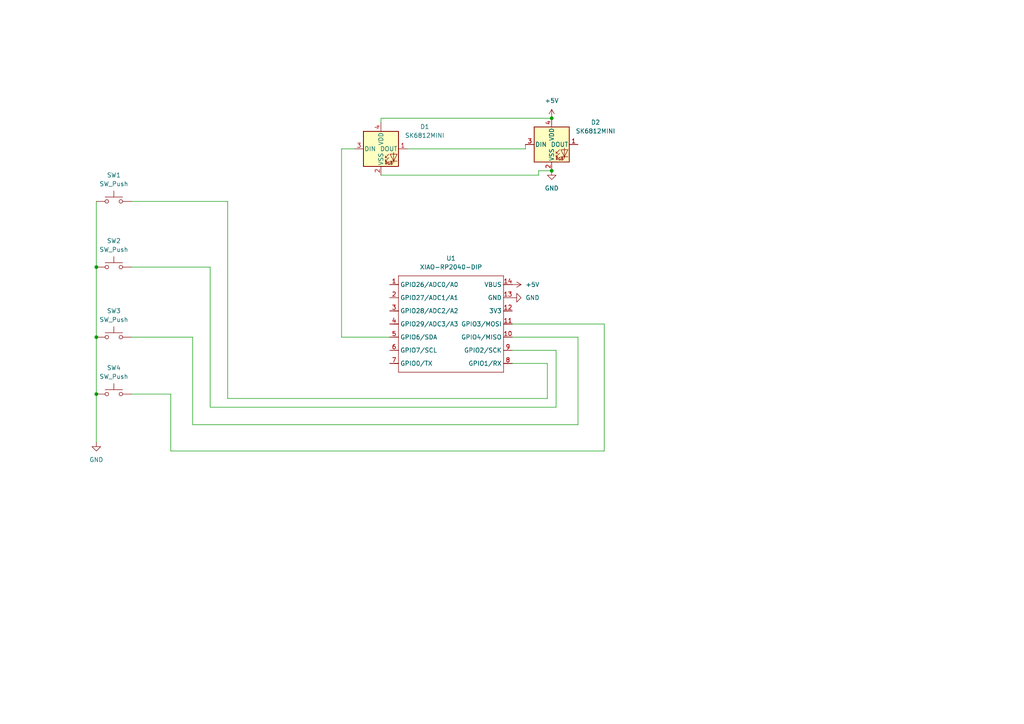
<source format=kicad_sch>
(kicad_sch
	(version 20250114)
	(generator "eeschema")
	(generator_version "9.0")
	(uuid "0d42d613-99a2-492b-b527-c295c0cb61a0")
	(paper "A4")
	(lib_symbols
		(symbol "LED:SK6812MINI"
			(pin_names
				(offset 0.254)
			)
			(exclude_from_sim no)
			(in_bom yes)
			(on_board yes)
			(property "Reference" "D"
				(at 5.08 5.715 0)
				(effects
					(font
						(size 1.27 1.27)
					)
					(justify right bottom)
				)
			)
			(property "Value" "SK6812MINI"
				(at 1.27 -5.715 0)
				(effects
					(font
						(size 1.27 1.27)
					)
					(justify left top)
				)
			)
			(property "Footprint" "LED_SMD:LED_SK6812MINI_PLCC4_3.5x3.5mm_P1.75mm"
				(at 1.27 -7.62 0)
				(effects
					(font
						(size 1.27 1.27)
					)
					(justify left top)
					(hide yes)
				)
			)
			(property "Datasheet" "https://cdn-shop.adafruit.com/product-files/2686/SK6812MINI_REV.01-1-2.pdf"
				(at 2.54 -9.525 0)
				(effects
					(font
						(size 1.27 1.27)
					)
					(justify left top)
					(hide yes)
				)
			)
			(property "Description" "RGB LED with integrated controller"
				(at 0 0 0)
				(effects
					(font
						(size 1.27 1.27)
					)
					(hide yes)
				)
			)
			(property "ki_keywords" "RGB LED NeoPixel Mini addressable"
				(at 0 0 0)
				(effects
					(font
						(size 1.27 1.27)
					)
					(hide yes)
				)
			)
			(property "ki_fp_filters" "LED*SK6812MINI*PLCC*3.5x3.5mm*P1.75mm*"
				(at 0 0 0)
				(effects
					(font
						(size 1.27 1.27)
					)
					(hide yes)
				)
			)
			(symbol "SK6812MINI_0_0"
				(text "RGB"
					(at 2.286 -4.191 0)
					(effects
						(font
							(size 0.762 0.762)
						)
					)
				)
			)
			(symbol "SK6812MINI_0_1"
				(polyline
					(pts
						(xy 1.27 -2.54) (xy 1.778 -2.54)
					)
					(stroke
						(width 0)
						(type default)
					)
					(fill
						(type none)
					)
				)
				(polyline
					(pts
						(xy 1.27 -3.556) (xy 1.778 -3.556)
					)
					(stroke
						(width 0)
						(type default)
					)
					(fill
						(type none)
					)
				)
				(polyline
					(pts
						(xy 2.286 -1.524) (xy 1.27 -2.54) (xy 1.27 -2.032)
					)
					(stroke
						(width 0)
						(type default)
					)
					(fill
						(type none)
					)
				)
				(polyline
					(pts
						(xy 2.286 -2.54) (xy 1.27 -3.556) (xy 1.27 -3.048)
					)
					(stroke
						(width 0)
						(type default)
					)
					(fill
						(type none)
					)
				)
				(polyline
					(pts
						(xy 3.683 -1.016) (xy 3.683 -3.556) (xy 3.683 -4.064)
					)
					(stroke
						(width 0)
						(type default)
					)
					(fill
						(type none)
					)
				)
				(polyline
					(pts
						(xy 4.699 -1.524) (xy 2.667 -1.524) (xy 3.683 -3.556) (xy 4.699 -1.524)
					)
					(stroke
						(width 0)
						(type default)
					)
					(fill
						(type none)
					)
				)
				(polyline
					(pts
						(xy 4.699 -3.556) (xy 2.667 -3.556)
					)
					(stroke
						(width 0)
						(type default)
					)
					(fill
						(type none)
					)
				)
				(rectangle
					(start 5.08 5.08)
					(end -5.08 -5.08)
					(stroke
						(width 0.254)
						(type default)
					)
					(fill
						(type background)
					)
				)
			)
			(symbol "SK6812MINI_1_1"
				(pin input line
					(at -7.62 0 0)
					(length 2.54)
					(name "DIN"
						(effects
							(font
								(size 1.27 1.27)
							)
						)
					)
					(number "3"
						(effects
							(font
								(size 1.27 1.27)
							)
						)
					)
				)
				(pin power_in line
					(at 0 7.62 270)
					(length 2.54)
					(name "VDD"
						(effects
							(font
								(size 1.27 1.27)
							)
						)
					)
					(number "4"
						(effects
							(font
								(size 1.27 1.27)
							)
						)
					)
				)
				(pin power_in line
					(at 0 -7.62 90)
					(length 2.54)
					(name "VSS"
						(effects
							(font
								(size 1.27 1.27)
							)
						)
					)
					(number "2"
						(effects
							(font
								(size 1.27 1.27)
							)
						)
					)
				)
				(pin output line
					(at 7.62 0 180)
					(length 2.54)
					(name "DOUT"
						(effects
							(font
								(size 1.27 1.27)
							)
						)
					)
					(number "1"
						(effects
							(font
								(size 1.27 1.27)
							)
						)
					)
				)
			)
			(embedded_fonts no)
		)
		(symbol "OPL:XIAO-RP2040-DIP"
			(exclude_from_sim no)
			(in_bom yes)
			(on_board yes)
			(property "Reference" "U"
				(at 0 0 0)
				(effects
					(font
						(size 1.27 1.27)
					)
				)
			)
			(property "Value" "XIAO-RP2040-DIP"
				(at 5.334 -1.778 0)
				(effects
					(font
						(size 1.27 1.27)
					)
				)
			)
			(property "Footprint" "Module:MOUDLE14P-XIAO-DIP-SMD"
				(at 14.478 -32.258 0)
				(effects
					(font
						(size 1.27 1.27)
					)
					(hide yes)
				)
			)
			(property "Datasheet" ""
				(at 0 0 0)
				(effects
					(font
						(size 1.27 1.27)
					)
					(hide yes)
				)
			)
			(property "Description" ""
				(at 0 0 0)
				(effects
					(font
						(size 1.27 1.27)
					)
					(hide yes)
				)
			)
			(symbol "XIAO-RP2040-DIP_1_0"
				(polyline
					(pts
						(xy -1.27 -2.54) (xy 29.21 -2.54)
					)
					(stroke
						(width 0.1524)
						(type solid)
					)
					(fill
						(type none)
					)
				)
				(polyline
					(pts
						(xy -1.27 -5.08) (xy -2.54 -5.08)
					)
					(stroke
						(width 0.1524)
						(type solid)
					)
					(fill
						(type none)
					)
				)
				(polyline
					(pts
						(xy -1.27 -5.08) (xy -1.27 -2.54)
					)
					(stroke
						(width 0.1524)
						(type solid)
					)
					(fill
						(type none)
					)
				)
				(polyline
					(pts
						(xy -1.27 -8.89) (xy -2.54 -8.89)
					)
					(stroke
						(width 0.1524)
						(type solid)
					)
					(fill
						(type none)
					)
				)
				(polyline
					(pts
						(xy -1.27 -8.89) (xy -1.27 -5.08)
					)
					(stroke
						(width 0.1524)
						(type solid)
					)
					(fill
						(type none)
					)
				)
				(polyline
					(pts
						(xy -1.27 -12.7) (xy -2.54 -12.7)
					)
					(stroke
						(width 0.1524)
						(type solid)
					)
					(fill
						(type none)
					)
				)
				(polyline
					(pts
						(xy -1.27 -12.7) (xy -1.27 -8.89)
					)
					(stroke
						(width 0.1524)
						(type solid)
					)
					(fill
						(type none)
					)
				)
				(polyline
					(pts
						(xy -1.27 -16.51) (xy -2.54 -16.51)
					)
					(stroke
						(width 0.1524)
						(type solid)
					)
					(fill
						(type none)
					)
				)
				(polyline
					(pts
						(xy -1.27 -16.51) (xy -1.27 -12.7)
					)
					(stroke
						(width 0.1524)
						(type solid)
					)
					(fill
						(type none)
					)
				)
				(polyline
					(pts
						(xy -1.27 -20.32) (xy -2.54 -20.32)
					)
					(stroke
						(width 0.1524)
						(type solid)
					)
					(fill
						(type none)
					)
				)
				(polyline
					(pts
						(xy -1.27 -24.13) (xy -2.54 -24.13)
					)
					(stroke
						(width 0.1524)
						(type solid)
					)
					(fill
						(type none)
					)
				)
				(polyline
					(pts
						(xy -1.27 -27.94) (xy -2.54 -27.94)
					)
					(stroke
						(width 0.1524)
						(type solid)
					)
					(fill
						(type none)
					)
				)
				(polyline
					(pts
						(xy -1.27 -30.48) (xy -1.27 -16.51)
					)
					(stroke
						(width 0.1524)
						(type solid)
					)
					(fill
						(type none)
					)
				)
				(polyline
					(pts
						(xy 29.21 -2.54) (xy 29.21 -5.08)
					)
					(stroke
						(width 0.1524)
						(type solid)
					)
					(fill
						(type none)
					)
				)
				(polyline
					(pts
						(xy 29.21 -5.08) (xy 29.21 -8.89)
					)
					(stroke
						(width 0.1524)
						(type solid)
					)
					(fill
						(type none)
					)
				)
				(polyline
					(pts
						(xy 29.21 -8.89) (xy 29.21 -12.7)
					)
					(stroke
						(width 0.1524)
						(type solid)
					)
					(fill
						(type none)
					)
				)
				(polyline
					(pts
						(xy 29.21 -12.7) (xy 29.21 -30.48)
					)
					(stroke
						(width 0.1524)
						(type solid)
					)
					(fill
						(type none)
					)
				)
				(polyline
					(pts
						(xy 29.21 -30.48) (xy -1.27 -30.48)
					)
					(stroke
						(width 0.1524)
						(type solid)
					)
					(fill
						(type none)
					)
				)
				(polyline
					(pts
						(xy 30.48 -5.08) (xy 29.21 -5.08)
					)
					(stroke
						(width 0.1524)
						(type solid)
					)
					(fill
						(type none)
					)
				)
				(polyline
					(pts
						(xy 30.48 -8.89) (xy 29.21 -8.89)
					)
					(stroke
						(width 0.1524)
						(type solid)
					)
					(fill
						(type none)
					)
				)
				(polyline
					(pts
						(xy 30.48 -12.7) (xy 29.21 -12.7)
					)
					(stroke
						(width 0.1524)
						(type solid)
					)
					(fill
						(type none)
					)
				)
				(polyline
					(pts
						(xy 30.48 -16.51) (xy 29.21 -16.51)
					)
					(stroke
						(width 0.1524)
						(type solid)
					)
					(fill
						(type none)
					)
				)
				(polyline
					(pts
						(xy 30.48 -20.32) (xy 29.21 -20.32)
					)
					(stroke
						(width 0.1524)
						(type solid)
					)
					(fill
						(type none)
					)
				)
				(polyline
					(pts
						(xy 30.48 -24.13) (xy 29.21 -24.13)
					)
					(stroke
						(width 0.1524)
						(type solid)
					)
					(fill
						(type none)
					)
				)
				(polyline
					(pts
						(xy 30.48 -27.94) (xy 29.21 -27.94)
					)
					(stroke
						(width 0.1524)
						(type solid)
					)
					(fill
						(type none)
					)
				)
				(pin passive line
					(at -3.81 -5.08 0)
					(length 2.54)
					(name "GPIO26/ADC0/A0"
						(effects
							(font
								(size 1.27 1.27)
							)
						)
					)
					(number "1"
						(effects
							(font
								(size 1.27 1.27)
							)
						)
					)
				)
				(pin passive line
					(at -3.81 -8.89 0)
					(length 2.54)
					(name "GPIO27/ADC1/A1"
						(effects
							(font
								(size 1.27 1.27)
							)
						)
					)
					(number "2"
						(effects
							(font
								(size 1.27 1.27)
							)
						)
					)
				)
				(pin passive line
					(at -3.81 -12.7 0)
					(length 2.54)
					(name "GPIO28/ADC2/A2"
						(effects
							(font
								(size 1.27 1.27)
							)
						)
					)
					(number "3"
						(effects
							(font
								(size 1.27 1.27)
							)
						)
					)
				)
				(pin passive line
					(at -3.81 -16.51 0)
					(length 2.54)
					(name "GPIO29/ADC3/A3"
						(effects
							(font
								(size 1.27 1.27)
							)
						)
					)
					(number "4"
						(effects
							(font
								(size 1.27 1.27)
							)
						)
					)
				)
				(pin passive line
					(at -3.81 -20.32 0)
					(length 2.54)
					(name "GPIO6/SDA"
						(effects
							(font
								(size 1.27 1.27)
							)
						)
					)
					(number "5"
						(effects
							(font
								(size 1.27 1.27)
							)
						)
					)
				)
				(pin passive line
					(at -3.81 -24.13 0)
					(length 2.54)
					(name "GPIO7/SCL"
						(effects
							(font
								(size 1.27 1.27)
							)
						)
					)
					(number "6"
						(effects
							(font
								(size 1.27 1.27)
							)
						)
					)
				)
				(pin passive line
					(at -3.81 -27.94 0)
					(length 2.54)
					(name "GPIO0/TX"
						(effects
							(font
								(size 1.27 1.27)
							)
						)
					)
					(number "7"
						(effects
							(font
								(size 1.27 1.27)
							)
						)
					)
				)
				(pin passive line
					(at 31.75 -5.08 180)
					(length 2.54)
					(name "VBUS"
						(effects
							(font
								(size 1.27 1.27)
							)
						)
					)
					(number "14"
						(effects
							(font
								(size 1.27 1.27)
							)
						)
					)
				)
				(pin passive line
					(at 31.75 -8.89 180)
					(length 2.54)
					(name "GND"
						(effects
							(font
								(size 1.27 1.27)
							)
						)
					)
					(number "13"
						(effects
							(font
								(size 1.27 1.27)
							)
						)
					)
				)
				(pin passive line
					(at 31.75 -12.7 180)
					(length 2.54)
					(name "3V3"
						(effects
							(font
								(size 1.27 1.27)
							)
						)
					)
					(number "12"
						(effects
							(font
								(size 1.27 1.27)
							)
						)
					)
				)
				(pin passive line
					(at 31.75 -16.51 180)
					(length 2.54)
					(name "GPIO3/MOSI"
						(effects
							(font
								(size 1.27 1.27)
							)
						)
					)
					(number "11"
						(effects
							(font
								(size 1.27 1.27)
							)
						)
					)
				)
				(pin passive line
					(at 31.75 -20.32 180)
					(length 2.54)
					(name "GPIO4/MISO"
						(effects
							(font
								(size 1.27 1.27)
							)
						)
					)
					(number "10"
						(effects
							(font
								(size 1.27 1.27)
							)
						)
					)
				)
				(pin passive line
					(at 31.75 -24.13 180)
					(length 2.54)
					(name "GPIO2/SCK"
						(effects
							(font
								(size 1.27 1.27)
							)
						)
					)
					(number "9"
						(effects
							(font
								(size 1.27 1.27)
							)
						)
					)
				)
				(pin passive line
					(at 31.75 -27.94 180)
					(length 2.54)
					(name "GPIO1/RX"
						(effects
							(font
								(size 1.27 1.27)
							)
						)
					)
					(number "8"
						(effects
							(font
								(size 1.27 1.27)
							)
						)
					)
				)
			)
			(embedded_fonts no)
		)
		(symbol "Switch:SW_Push"
			(pin_numbers
				(hide yes)
			)
			(pin_names
				(offset 1.016)
				(hide yes)
			)
			(exclude_from_sim no)
			(in_bom yes)
			(on_board yes)
			(property "Reference" "SW"
				(at 1.27 2.54 0)
				(effects
					(font
						(size 1.27 1.27)
					)
					(justify left)
				)
			)
			(property "Value" "SW_Push"
				(at 0 -1.524 0)
				(effects
					(font
						(size 1.27 1.27)
					)
				)
			)
			(property "Footprint" ""
				(at 0 5.08 0)
				(effects
					(font
						(size 1.27 1.27)
					)
					(hide yes)
				)
			)
			(property "Datasheet" "~"
				(at 0 5.08 0)
				(effects
					(font
						(size 1.27 1.27)
					)
					(hide yes)
				)
			)
			(property "Description" "Push button switch, generic, two pins"
				(at 0 0 0)
				(effects
					(font
						(size 1.27 1.27)
					)
					(hide yes)
				)
			)
			(property "ki_keywords" "switch normally-open pushbutton push-button"
				(at 0 0 0)
				(effects
					(font
						(size 1.27 1.27)
					)
					(hide yes)
				)
			)
			(symbol "SW_Push_0_1"
				(circle
					(center -2.032 0)
					(radius 0.508)
					(stroke
						(width 0)
						(type default)
					)
					(fill
						(type none)
					)
				)
				(polyline
					(pts
						(xy 0 1.27) (xy 0 3.048)
					)
					(stroke
						(width 0)
						(type default)
					)
					(fill
						(type none)
					)
				)
				(circle
					(center 2.032 0)
					(radius 0.508)
					(stroke
						(width 0)
						(type default)
					)
					(fill
						(type none)
					)
				)
				(polyline
					(pts
						(xy 2.54 1.27) (xy -2.54 1.27)
					)
					(stroke
						(width 0)
						(type default)
					)
					(fill
						(type none)
					)
				)
				(pin passive line
					(at -5.08 0 0)
					(length 2.54)
					(name "1"
						(effects
							(font
								(size 1.27 1.27)
							)
						)
					)
					(number "1"
						(effects
							(font
								(size 1.27 1.27)
							)
						)
					)
				)
				(pin passive line
					(at 5.08 0 180)
					(length 2.54)
					(name "2"
						(effects
							(font
								(size 1.27 1.27)
							)
						)
					)
					(number "2"
						(effects
							(font
								(size 1.27 1.27)
							)
						)
					)
				)
			)
			(embedded_fonts no)
		)
		(symbol "power:+5V"
			(power)
			(pin_numbers
				(hide yes)
			)
			(pin_names
				(offset 0)
				(hide yes)
			)
			(exclude_from_sim no)
			(in_bom yes)
			(on_board yes)
			(property "Reference" "#PWR"
				(at 0 -3.81 0)
				(effects
					(font
						(size 1.27 1.27)
					)
					(hide yes)
				)
			)
			(property "Value" "+5V"
				(at 0 3.556 0)
				(effects
					(font
						(size 1.27 1.27)
					)
				)
			)
			(property "Footprint" ""
				(at 0 0 0)
				(effects
					(font
						(size 1.27 1.27)
					)
					(hide yes)
				)
			)
			(property "Datasheet" ""
				(at 0 0 0)
				(effects
					(font
						(size 1.27 1.27)
					)
					(hide yes)
				)
			)
			(property "Description" "Power symbol creates a global label with name \"+5V\""
				(at 0 0 0)
				(effects
					(font
						(size 1.27 1.27)
					)
					(hide yes)
				)
			)
			(property "ki_keywords" "global power"
				(at 0 0 0)
				(effects
					(font
						(size 1.27 1.27)
					)
					(hide yes)
				)
			)
			(symbol "+5V_0_1"
				(polyline
					(pts
						(xy -0.762 1.27) (xy 0 2.54)
					)
					(stroke
						(width 0)
						(type default)
					)
					(fill
						(type none)
					)
				)
				(polyline
					(pts
						(xy 0 2.54) (xy 0.762 1.27)
					)
					(stroke
						(width 0)
						(type default)
					)
					(fill
						(type none)
					)
				)
				(polyline
					(pts
						(xy 0 0) (xy 0 2.54)
					)
					(stroke
						(width 0)
						(type default)
					)
					(fill
						(type none)
					)
				)
			)
			(symbol "+5V_1_1"
				(pin power_in line
					(at 0 0 90)
					(length 0)
					(name "~"
						(effects
							(font
								(size 1.27 1.27)
							)
						)
					)
					(number "1"
						(effects
							(font
								(size 1.27 1.27)
							)
						)
					)
				)
			)
			(embedded_fonts no)
		)
		(symbol "power:GND"
			(power)
			(pin_numbers
				(hide yes)
			)
			(pin_names
				(offset 0)
				(hide yes)
			)
			(exclude_from_sim no)
			(in_bom yes)
			(on_board yes)
			(property "Reference" "#PWR"
				(at 0 -6.35 0)
				(effects
					(font
						(size 1.27 1.27)
					)
					(hide yes)
				)
			)
			(property "Value" "GND"
				(at 0 -3.81 0)
				(effects
					(font
						(size 1.27 1.27)
					)
				)
			)
			(property "Footprint" ""
				(at 0 0 0)
				(effects
					(font
						(size 1.27 1.27)
					)
					(hide yes)
				)
			)
			(property "Datasheet" ""
				(at 0 0 0)
				(effects
					(font
						(size 1.27 1.27)
					)
					(hide yes)
				)
			)
			(property "Description" "Power symbol creates a global label with name \"GND\" , ground"
				(at 0 0 0)
				(effects
					(font
						(size 1.27 1.27)
					)
					(hide yes)
				)
			)
			(property "ki_keywords" "global power"
				(at 0 0 0)
				(effects
					(font
						(size 1.27 1.27)
					)
					(hide yes)
				)
			)
			(symbol "GND_0_1"
				(polyline
					(pts
						(xy 0 0) (xy 0 -1.27) (xy 1.27 -1.27) (xy 0 -2.54) (xy -1.27 -1.27) (xy 0 -1.27)
					)
					(stroke
						(width 0)
						(type default)
					)
					(fill
						(type none)
					)
				)
			)
			(symbol "GND_1_1"
				(pin power_in line
					(at 0 0 270)
					(length 0)
					(name "~"
						(effects
							(font
								(size 1.27 1.27)
							)
						)
					)
					(number "1"
						(effects
							(font
								(size 1.27 1.27)
							)
						)
					)
				)
			)
			(embedded_fonts no)
		)
	)
	(junction
		(at 27.94 114.3)
		(diameter 0)
		(color 0 0 0 0)
		(uuid "1c9eb96d-bbbc-4172-9a90-f6e8003dc9fe")
	)
	(junction
		(at 27.94 77.47)
		(diameter 0)
		(color 0 0 0 0)
		(uuid "3f68bcbf-782f-4340-a8b6-6b54c2c88e41")
	)
	(junction
		(at 27.94 97.79)
		(diameter 0)
		(color 0 0 0 0)
		(uuid "4ee48acd-f10a-4607-9b9a-8146709b9a96")
	)
	(junction
		(at 160.02 49.53)
		(diameter 0)
		(color 0 0 0 0)
		(uuid "60296af4-cd39-4023-b65a-45ed2a9cd207")
	)
	(junction
		(at 160.02 34.29)
		(diameter 0)
		(color 0 0 0 0)
		(uuid "72b41b69-a480-4fb4-bb32-4d25b551e21f")
	)
	(wire
		(pts
			(xy 60.96 77.47) (xy 60.96 118.11)
		)
		(stroke
			(width 0)
			(type default)
		)
		(uuid "1dec731a-f029-48c3-aef0-d25030438d4e")
	)
	(wire
		(pts
			(xy 55.88 97.79) (xy 55.88 123.19)
		)
		(stroke
			(width 0)
			(type default)
		)
		(uuid "25cdb63b-93bc-4365-88ca-41ae091ff09b")
	)
	(wire
		(pts
			(xy 49.53 114.3) (xy 49.53 130.81)
		)
		(stroke
			(width 0)
			(type default)
		)
		(uuid "2640b9ef-7bc0-4c77-9058-cc4ee03115df")
	)
	(wire
		(pts
			(xy 49.53 130.81) (xy 175.26 130.81)
		)
		(stroke
			(width 0)
			(type default)
		)
		(uuid "3093a2f2-7f0b-425f-9213-dfed30f793b8")
	)
	(wire
		(pts
			(xy 161.29 118.11) (xy 161.29 101.6)
		)
		(stroke
			(width 0)
			(type default)
		)
		(uuid "337f26b8-49e9-43a5-b2ca-e15198b4abc0")
	)
	(wire
		(pts
			(xy 27.94 58.42) (xy 27.94 77.47)
		)
		(stroke
			(width 0)
			(type default)
		)
		(uuid "38dc2307-2744-4d85-af63-ecba114980f5")
	)
	(wire
		(pts
			(xy 99.06 97.79) (xy 113.03 97.79)
		)
		(stroke
			(width 0)
			(type default)
		)
		(uuid "3b058744-40fb-4bfd-9697-16a9728ff9dd")
	)
	(wire
		(pts
			(xy 156.21 50.8) (xy 156.21 49.53)
		)
		(stroke
			(width 0)
			(type default)
		)
		(uuid "3cad316b-e335-4c67-b030-4add63c53126")
	)
	(wire
		(pts
			(xy 27.94 97.79) (xy 27.94 114.3)
		)
		(stroke
			(width 0)
			(type default)
		)
		(uuid "3e9c973c-cc57-426f-b9a7-62bc64bb41af")
	)
	(wire
		(pts
			(xy 158.75 115.57) (xy 158.75 105.41)
		)
		(stroke
			(width 0)
			(type default)
		)
		(uuid "3ea874e3-0f00-4275-a88f-df1f093c81cc")
	)
	(wire
		(pts
			(xy 38.1 114.3) (xy 49.53 114.3)
		)
		(stroke
			(width 0)
			(type default)
		)
		(uuid "40aaadfc-ecd7-49fd-9703-33cbaa15871b")
	)
	(wire
		(pts
			(xy 156.21 49.53) (xy 160.02 49.53)
		)
		(stroke
			(width 0)
			(type default)
		)
		(uuid "41eacd47-a7c6-42dc-b388-9fb4cf2f6822")
	)
	(wire
		(pts
			(xy 148.59 93.98) (xy 175.26 93.98)
		)
		(stroke
			(width 0)
			(type default)
		)
		(uuid "53380750-1439-4e10-9087-4165b1ad4e56")
	)
	(wire
		(pts
			(xy 38.1 58.42) (xy 66.04 58.42)
		)
		(stroke
			(width 0)
			(type default)
		)
		(uuid "5a1aa7d9-4b99-47a5-9785-75d004bc41dc")
	)
	(wire
		(pts
			(xy 118.11 43.18) (xy 152.4 43.18)
		)
		(stroke
			(width 0)
			(type default)
		)
		(uuid "5af4d7d9-f89b-4a5a-b580-a5f0b34596b0")
	)
	(wire
		(pts
			(xy 99.06 43.18) (xy 99.06 97.79)
		)
		(stroke
			(width 0)
			(type default)
		)
		(uuid "673f9677-5a60-4ef5-9833-b59b11299be2")
	)
	(wire
		(pts
			(xy 66.04 58.42) (xy 66.04 115.57)
		)
		(stroke
			(width 0)
			(type default)
		)
		(uuid "74df2104-ed11-42bb-8682-c02523e7b4d0")
	)
	(wire
		(pts
			(xy 152.4 43.18) (xy 152.4 41.91)
		)
		(stroke
			(width 0)
			(type default)
		)
		(uuid "77c03803-a6f2-4166-b741-3e96e26c473c")
	)
	(wire
		(pts
			(xy 38.1 97.79) (xy 55.88 97.79)
		)
		(stroke
			(width 0)
			(type default)
		)
		(uuid "7a2c9afb-8408-44f6-84ae-bff70ec44b7a")
	)
	(wire
		(pts
			(xy 60.96 118.11) (xy 161.29 118.11)
		)
		(stroke
			(width 0)
			(type default)
		)
		(uuid "7e47fc12-8395-45e2-8c37-e6a5fd97cd89")
	)
	(wire
		(pts
			(xy 110.49 34.29) (xy 160.02 34.29)
		)
		(stroke
			(width 0)
			(type default)
		)
		(uuid "8c088e52-d3dc-4798-953b-5327b5902673")
	)
	(wire
		(pts
			(xy 148.59 101.6) (xy 161.29 101.6)
		)
		(stroke
			(width 0)
			(type default)
		)
		(uuid "8f6a7af3-90e9-4aa7-a36f-4245e1914dc0")
	)
	(wire
		(pts
			(xy 66.04 115.57) (xy 158.75 115.57)
		)
		(stroke
			(width 0)
			(type default)
		)
		(uuid "90fed0b3-2141-49d2-88c8-51347007479b")
	)
	(wire
		(pts
			(xy 55.88 123.19) (xy 167.64 123.19)
		)
		(stroke
			(width 0)
			(type default)
		)
		(uuid "95707a44-f3d3-4f09-8ff7-fd881fb51db8")
	)
	(wire
		(pts
			(xy 148.59 97.79) (xy 167.64 97.79)
		)
		(stroke
			(width 0)
			(type default)
		)
		(uuid "9cd85be6-fba4-4602-b489-050e88954f2f")
	)
	(wire
		(pts
			(xy 102.87 43.18) (xy 99.06 43.18)
		)
		(stroke
			(width 0)
			(type default)
		)
		(uuid "a403c754-9371-4637-b17b-9907a760ce1a")
	)
	(wire
		(pts
			(xy 27.94 114.3) (xy 27.94 128.27)
		)
		(stroke
			(width 0)
			(type default)
		)
		(uuid "b10ce47f-d777-49c2-a3aa-192818c64a6e")
	)
	(wire
		(pts
			(xy 148.59 105.41) (xy 158.75 105.41)
		)
		(stroke
			(width 0)
			(type default)
		)
		(uuid "b4537832-7e13-4d5d-98aa-4d103e6fd70c")
	)
	(wire
		(pts
			(xy 110.49 50.8) (xy 156.21 50.8)
		)
		(stroke
			(width 0)
			(type default)
		)
		(uuid "bc3c164d-bbee-4780-9bc2-6886e547eb68")
	)
	(wire
		(pts
			(xy 110.49 34.29) (xy 110.49 35.56)
		)
		(stroke
			(width 0)
			(type default)
		)
		(uuid "bd4473aa-7bea-4b81-86f2-b34342b79bc1")
	)
	(wire
		(pts
			(xy 175.26 130.81) (xy 175.26 93.98)
		)
		(stroke
			(width 0)
			(type default)
		)
		(uuid "bdbdac19-11e2-4f63-a3b1-99d5e11ec6a6")
	)
	(wire
		(pts
			(xy 27.94 77.47) (xy 27.94 97.79)
		)
		(stroke
			(width 0)
			(type default)
		)
		(uuid "c480388e-657b-46b7-9eea-8154c35fd593")
	)
	(wire
		(pts
			(xy 38.1 77.47) (xy 60.96 77.47)
		)
		(stroke
			(width 0)
			(type default)
		)
		(uuid "cc58720e-6aff-4723-a565-e783cffd5755")
	)
	(wire
		(pts
			(xy 167.64 123.19) (xy 167.64 97.79)
		)
		(stroke
			(width 0)
			(type default)
		)
		(uuid "eceee6cb-f97c-4442-a367-cacc103c6e99")
	)
	(symbol
		(lib_id "power:GND")
		(at 160.02 49.53 0)
		(unit 1)
		(exclude_from_sim no)
		(in_bom yes)
		(on_board yes)
		(dnp no)
		(fields_autoplaced yes)
		(uuid "0ad114ae-f854-47c1-b780-dd60af2ec21d")
		(property "Reference" "#PWR03"
			(at 160.02 55.88 0)
			(effects
				(font
					(size 1.27 1.27)
				)
				(hide yes)
			)
		)
		(property "Value" "GND"
			(at 160.02 54.61 0)
			(effects
				(font
					(size 1.27 1.27)
				)
			)
		)
		(property "Footprint" ""
			(at 160.02 49.53 0)
			(effects
				(font
					(size 1.27 1.27)
				)
				(hide yes)
			)
		)
		(property "Datasheet" ""
			(at 160.02 49.53 0)
			(effects
				(font
					(size 1.27 1.27)
				)
				(hide yes)
			)
		)
		(property "Description" "Power symbol creates a global label with name \"GND\" , ground"
			(at 160.02 49.53 0)
			(effects
				(font
					(size 1.27 1.27)
				)
				(hide yes)
			)
		)
		(pin "1"
			(uuid "a19dd8c3-27d6-41e4-b1bf-6657cb6e7bce")
		)
		(instances
			(project ""
				(path "/0d42d613-99a2-492b-b527-c295c0cb61a0"
					(reference "#PWR03")
					(unit 1)
				)
			)
		)
	)
	(symbol
		(lib_id "power:+5V")
		(at 148.59 82.55 270)
		(unit 1)
		(exclude_from_sim no)
		(in_bom yes)
		(on_board yes)
		(dnp no)
		(fields_autoplaced yes)
		(uuid "0e4c866a-42ef-4ed0-bdde-413b3cf0d7d4")
		(property "Reference" "#PWR05"
			(at 144.78 82.55 0)
			(effects
				(font
					(size 1.27 1.27)
				)
				(hide yes)
			)
		)
		(property "Value" "+5V"
			(at 152.4 82.5499 90)
			(effects
				(font
					(size 1.27 1.27)
				)
				(justify left)
			)
		)
		(property "Footprint" ""
			(at 148.59 82.55 0)
			(effects
				(font
					(size 1.27 1.27)
				)
				(hide yes)
			)
		)
		(property "Datasheet" ""
			(at 148.59 82.55 0)
			(effects
				(font
					(size 1.27 1.27)
				)
				(hide yes)
			)
		)
		(property "Description" "Power symbol creates a global label with name \"+5V\""
			(at 148.59 82.55 0)
			(effects
				(font
					(size 1.27 1.27)
				)
				(hide yes)
			)
		)
		(pin "1"
			(uuid "61547b48-4328-4984-98b6-7d3ee306539e")
		)
		(instances
			(project ""
				(path "/0d42d613-99a2-492b-b527-c295c0cb61a0"
					(reference "#PWR05")
					(unit 1)
				)
			)
		)
	)
	(symbol
		(lib_id "Switch:SW_Push")
		(at 33.02 77.47 0)
		(unit 1)
		(exclude_from_sim no)
		(in_bom yes)
		(on_board yes)
		(dnp no)
		(fields_autoplaced yes)
		(uuid "11500b70-ae24-4a9a-9ef7-ea644b14979a")
		(property "Reference" "SW2"
			(at 33.02 69.85 0)
			(effects
				(font
					(size 1.27 1.27)
				)
			)
		)
		(property "Value" "SW_Push"
			(at 33.02 72.39 0)
			(effects
				(font
					(size 1.27 1.27)
				)
			)
		)
		(property "Footprint" "Button_Switch_Keyboard:SW_Cherry_MX_1.00u_PCB"
			(at 33.02 72.39 0)
			(effects
				(font
					(size 1.27 1.27)
				)
				(hide yes)
			)
		)
		(property "Datasheet" "~"
			(at 33.02 72.39 0)
			(effects
				(font
					(size 1.27 1.27)
				)
				(hide yes)
			)
		)
		(property "Description" "Push button switch, generic, two pins"
			(at 33.02 77.47 0)
			(effects
				(font
					(size 1.27 1.27)
				)
				(hide yes)
			)
		)
		(pin "1"
			(uuid "0b5a824f-ff9d-41fa-8ec5-641d7fa361b5")
		)
		(pin "2"
			(uuid "2450353f-99b1-432a-8af6-36552fdbcb3e")
		)
		(instances
			(project "Practice"
				(path "/0d42d613-99a2-492b-b527-c295c0cb61a0"
					(reference "SW2")
					(unit 1)
				)
			)
		)
	)
	(symbol
		(lib_id "Switch:SW_Push")
		(at 33.02 97.79 0)
		(unit 1)
		(exclude_from_sim no)
		(in_bom yes)
		(on_board yes)
		(dnp no)
		(fields_autoplaced yes)
		(uuid "1dda5c03-27b1-4fe8-8392-0cad5a8a4503")
		(property "Reference" "SW3"
			(at 33.02 90.17 0)
			(effects
				(font
					(size 1.27 1.27)
				)
			)
		)
		(property "Value" "SW_Push"
			(at 33.02 92.71 0)
			(effects
				(font
					(size 1.27 1.27)
				)
			)
		)
		(property "Footprint" "Button_Switch_Keyboard:SW_Cherry_MX_1.00u_PCB"
			(at 33.02 92.71 0)
			(effects
				(font
					(size 1.27 1.27)
				)
				(hide yes)
			)
		)
		(property "Datasheet" "~"
			(at 33.02 92.71 0)
			(effects
				(font
					(size 1.27 1.27)
				)
				(hide yes)
			)
		)
		(property "Description" "Push button switch, generic, two pins"
			(at 33.02 97.79 0)
			(effects
				(font
					(size 1.27 1.27)
				)
				(hide yes)
			)
		)
		(pin "1"
			(uuid "2d7cf21b-4ad2-452a-b9f8-833df278bdad")
		)
		(pin "2"
			(uuid "f4c0e02f-b4dc-45e3-ad26-996ccefbe2d8")
		)
		(instances
			(project "Practice"
				(path "/0d42d613-99a2-492b-b527-c295c0cb61a0"
					(reference "SW3")
					(unit 1)
				)
			)
		)
	)
	(symbol
		(lib_id "power:+5V")
		(at 160.02 34.29 0)
		(unit 1)
		(exclude_from_sim no)
		(in_bom yes)
		(on_board yes)
		(dnp no)
		(fields_autoplaced yes)
		(uuid "85ba021e-b268-4065-a18e-3101cb14611b")
		(property "Reference" "#PWR02"
			(at 160.02 38.1 0)
			(effects
				(font
					(size 1.27 1.27)
				)
				(hide yes)
			)
		)
		(property "Value" "+5V"
			(at 160.02 29.21 0)
			(effects
				(font
					(size 1.27 1.27)
				)
			)
		)
		(property "Footprint" ""
			(at 160.02 34.29 0)
			(effects
				(font
					(size 1.27 1.27)
				)
				(hide yes)
			)
		)
		(property "Datasheet" ""
			(at 160.02 34.29 0)
			(effects
				(font
					(size 1.27 1.27)
				)
				(hide yes)
			)
		)
		(property "Description" "Power symbol creates a global label with name \"+5V\""
			(at 160.02 34.29 0)
			(effects
				(font
					(size 1.27 1.27)
				)
				(hide yes)
			)
		)
		(pin "1"
			(uuid "feed8426-cf42-4853-9ce6-36925374f36c")
		)
		(instances
			(project ""
				(path "/0d42d613-99a2-492b-b527-c295c0cb61a0"
					(reference "#PWR02")
					(unit 1)
				)
			)
		)
	)
	(symbol
		(lib_id "Switch:SW_Push")
		(at 33.02 114.3 0)
		(unit 1)
		(exclude_from_sim no)
		(in_bom yes)
		(on_board yes)
		(dnp no)
		(fields_autoplaced yes)
		(uuid "8ec23280-167f-4e5e-bfaa-b9ed882da806")
		(property "Reference" "SW4"
			(at 33.02 106.68 0)
			(effects
				(font
					(size 1.27 1.27)
				)
			)
		)
		(property "Value" "SW_Push"
			(at 33.02 109.22 0)
			(effects
				(font
					(size 1.27 1.27)
				)
			)
		)
		(property "Footprint" "Button_Switch_Keyboard:SW_Cherry_MX_1.00u_PCB"
			(at 33.02 109.22 0)
			(effects
				(font
					(size 1.27 1.27)
				)
				(hide yes)
			)
		)
		(property "Datasheet" "~"
			(at 33.02 109.22 0)
			(effects
				(font
					(size 1.27 1.27)
				)
				(hide yes)
			)
		)
		(property "Description" "Push button switch, generic, two pins"
			(at 33.02 114.3 0)
			(effects
				(font
					(size 1.27 1.27)
				)
				(hide yes)
			)
		)
		(pin "1"
			(uuid "2aff5e65-0d0a-42a6-8eba-f7165cc4d51c")
		)
		(pin "2"
			(uuid "eb980c17-ba59-4e6d-bdfb-9fe0bc67d5d4")
		)
		(instances
			(project "Practice"
				(path "/0d42d613-99a2-492b-b527-c295c0cb61a0"
					(reference "SW4")
					(unit 1)
				)
			)
		)
	)
	(symbol
		(lib_id "power:GND")
		(at 27.94 128.27 0)
		(unit 1)
		(exclude_from_sim no)
		(in_bom yes)
		(on_board yes)
		(dnp no)
		(fields_autoplaced yes)
		(uuid "9c4e2571-40e1-48d9-9917-52f817d431ff")
		(property "Reference" "#PWR01"
			(at 27.94 134.62 0)
			(effects
				(font
					(size 1.27 1.27)
				)
				(hide yes)
			)
		)
		(property "Value" "GND"
			(at 27.94 133.35 0)
			(effects
				(font
					(size 1.27 1.27)
				)
			)
		)
		(property "Footprint" ""
			(at 27.94 128.27 0)
			(effects
				(font
					(size 1.27 1.27)
				)
				(hide yes)
			)
		)
		(property "Datasheet" ""
			(at 27.94 128.27 0)
			(effects
				(font
					(size 1.27 1.27)
				)
				(hide yes)
			)
		)
		(property "Description" "Power symbol creates a global label with name \"GND\" , ground"
			(at 27.94 128.27 0)
			(effects
				(font
					(size 1.27 1.27)
				)
				(hide yes)
			)
		)
		(pin "1"
			(uuid "88dce26f-9710-41e5-83a9-af1e80400f44")
		)
		(instances
			(project ""
				(path "/0d42d613-99a2-492b-b527-c295c0cb61a0"
					(reference "#PWR01")
					(unit 1)
				)
			)
		)
	)
	(symbol
		(lib_id "OPL:XIAO-RP2040-DIP")
		(at 116.84 77.47 0)
		(unit 1)
		(exclude_from_sim no)
		(in_bom yes)
		(on_board yes)
		(dnp no)
		(fields_autoplaced yes)
		(uuid "a2554ec1-5cb7-481d-ac9f-ba44c11a48b7")
		(property "Reference" "U1"
			(at 130.81 74.93 0)
			(effects
				(font
					(size 1.27 1.27)
				)
			)
		)
		(property "Value" "XIAO-RP2040-DIP"
			(at 130.81 77.47 0)
			(effects
				(font
					(size 1.27 1.27)
				)
			)
		)
		(property "Footprint" "OPL:XIAO-RP2040-DIP"
			(at 131.318 109.728 0)
			(effects
				(font
					(size 1.27 1.27)
				)
				(hide yes)
			)
		)
		(property "Datasheet" ""
			(at 116.84 77.47 0)
			(effects
				(font
					(size 1.27 1.27)
				)
				(hide yes)
			)
		)
		(property "Description" ""
			(at 116.84 77.47 0)
			(effects
				(font
					(size 1.27 1.27)
				)
				(hide yes)
			)
		)
		(pin "1"
			(uuid "a608bfe2-665a-4943-8e25-ad4e358ff48d")
		)
		(pin "3"
			(uuid "600800cb-e70e-4f27-bd74-c229b89a3288")
		)
		(pin "7"
			(uuid "3ab82983-2bab-41aa-88d5-1b2396e24b96")
		)
		(pin "2"
			(uuid "42171931-72c3-4e6f-bb91-81882b5883f3")
		)
		(pin "14"
			(uuid "c11e4108-e72b-4fb9-8a85-e6d44be1282d")
		)
		(pin "13"
			(uuid "b8c9f0c5-ef5a-49f6-8675-a23da6bbdc96")
		)
		(pin "5"
			(uuid "4b2c8d5b-5c7a-47d5-90e6-ce9ff74c5455")
		)
		(pin "11"
			(uuid "c176c3f7-a33f-4f8d-b9b3-97ac5a742a46")
		)
		(pin "4"
			(uuid "09580b3c-235c-4312-8759-0fa4962a55e6")
		)
		(pin "12"
			(uuid "95035031-d929-4eaf-be75-304f62faa738")
		)
		(pin "10"
			(uuid "0d4e8acf-7a90-486f-9c40-5ce35ef29f57")
		)
		(pin "6"
			(uuid "dfb9239d-3895-4da8-9f27-02851dc2a642")
		)
		(pin "8"
			(uuid "0be758f4-4f35-4690-91bd-504d40cb0195")
		)
		(pin "9"
			(uuid "55b96be2-c79e-4ae5-ac41-6e9997d30f74")
		)
		(instances
			(project ""
				(path "/0d42d613-99a2-492b-b527-c295c0cb61a0"
					(reference "U1")
					(unit 1)
				)
			)
		)
	)
	(symbol
		(lib_id "power:GND")
		(at 148.59 86.36 90)
		(unit 1)
		(exclude_from_sim no)
		(in_bom yes)
		(on_board yes)
		(dnp no)
		(fields_autoplaced yes)
		(uuid "a27f5014-4982-4722-a566-c775ddbdac92")
		(property "Reference" "#PWR04"
			(at 154.94 86.36 0)
			(effects
				(font
					(size 1.27 1.27)
				)
				(hide yes)
			)
		)
		(property "Value" "GND"
			(at 152.4 86.3599 90)
			(effects
				(font
					(size 1.27 1.27)
				)
				(justify right)
			)
		)
		(property "Footprint" ""
			(at 148.59 86.36 0)
			(effects
				(font
					(size 1.27 1.27)
				)
				(hide yes)
			)
		)
		(property "Datasheet" ""
			(at 148.59 86.36 0)
			(effects
				(font
					(size 1.27 1.27)
				)
				(hide yes)
			)
		)
		(property "Description" "Power symbol creates a global label with name \"GND\" , ground"
			(at 148.59 86.36 0)
			(effects
				(font
					(size 1.27 1.27)
				)
				(hide yes)
			)
		)
		(pin "1"
			(uuid "bac2f8e0-6a88-4481-b4c7-0971bcc33cc2")
		)
		(instances
			(project ""
				(path "/0d42d613-99a2-492b-b527-c295c0cb61a0"
					(reference "#PWR04")
					(unit 1)
				)
			)
		)
	)
	(symbol
		(lib_id "Switch:SW_Push")
		(at 33.02 58.42 0)
		(unit 1)
		(exclude_from_sim no)
		(in_bom yes)
		(on_board yes)
		(dnp no)
		(fields_autoplaced yes)
		(uuid "dea273d8-0223-42fc-9ccb-339ecd19c996")
		(property "Reference" "SW1"
			(at 33.02 50.8 0)
			(effects
				(font
					(size 1.27 1.27)
				)
			)
		)
		(property "Value" "SW_Push"
			(at 33.02 53.34 0)
			(effects
				(font
					(size 1.27 1.27)
				)
			)
		)
		(property "Footprint" "Button_Switch_Keyboard:SW_Cherry_MX_1.00u_PCB"
			(at 33.02 53.34 0)
			(effects
				(font
					(size 1.27 1.27)
				)
				(hide yes)
			)
		)
		(property "Datasheet" "~"
			(at 33.02 53.34 0)
			(effects
				(font
					(size 1.27 1.27)
				)
				(hide yes)
			)
		)
		(property "Description" "Push button switch, generic, two pins"
			(at 33.02 58.42 0)
			(effects
				(font
					(size 1.27 1.27)
				)
				(hide yes)
			)
		)
		(pin "1"
			(uuid "8f6c1a00-1d8c-4693-abe2-90f83a9a44af")
		)
		(pin "2"
			(uuid "695230d0-2940-4a43-8fcf-7e70c4052a78")
		)
		(instances
			(project ""
				(path "/0d42d613-99a2-492b-b527-c295c0cb61a0"
					(reference "SW1")
					(unit 1)
				)
			)
		)
	)
	(symbol
		(lib_id "LED:SK6812MINI")
		(at 110.49 43.18 0)
		(unit 1)
		(exclude_from_sim no)
		(in_bom yes)
		(on_board yes)
		(dnp no)
		(fields_autoplaced yes)
		(uuid "e156c5bc-e9f5-4730-aeee-ac85a0d1d441")
		(property "Reference" "D1"
			(at 123.19 36.7598 0)
			(effects
				(font
					(size 1.27 1.27)
				)
			)
		)
		(property "Value" "SK6812MINI"
			(at 123.19 39.2998 0)
			(effects
				(font
					(size 1.27 1.27)
				)
			)
		)
		(property "Footprint" "LED_SMD:LED_SK6812MINI_PLCC4_3.5x3.5mm_P1.75mm"
			(at 111.76 50.8 0)
			(effects
				(font
					(size 1.27 1.27)
				)
				(justify left top)
				(hide yes)
			)
		)
		(property "Datasheet" "https://cdn-shop.adafruit.com/product-files/2686/SK6812MINI_REV.01-1-2.pdf"
			(at 113.03 52.705 0)
			(effects
				(font
					(size 1.27 1.27)
				)
				(justify left top)
				(hide yes)
			)
		)
		(property "Description" "RGB LED with integrated controller"
			(at 110.49 43.18 0)
			(effects
				(font
					(size 1.27 1.27)
				)
				(hide yes)
			)
		)
		(pin "4"
			(uuid "0618ad84-38db-4de0-b121-a94245ccaf66")
		)
		(pin "3"
			(uuid "5edafda6-ba52-4f7a-bcf4-a9c54b460b54")
		)
		(pin "2"
			(uuid "ae4e4f3e-c73a-4a95-bd6b-86d750e72073")
		)
		(pin "1"
			(uuid "04358c2f-2893-4075-8c85-42fba19de77a")
		)
		(instances
			(project ""
				(path "/0d42d613-99a2-492b-b527-c295c0cb61a0"
					(reference "D1")
					(unit 1)
				)
			)
		)
	)
	(symbol
		(lib_id "LED:SK6812MINI")
		(at 160.02 41.91 0)
		(unit 1)
		(exclude_from_sim no)
		(in_bom yes)
		(on_board yes)
		(dnp no)
		(fields_autoplaced yes)
		(uuid "f7125e04-6a16-4db2-85bf-af01fc8a44fe")
		(property "Reference" "D2"
			(at 172.72 35.4898 0)
			(effects
				(font
					(size 1.27 1.27)
				)
			)
		)
		(property "Value" "SK6812MINI"
			(at 172.72 38.0298 0)
			(effects
				(font
					(size 1.27 1.27)
				)
			)
		)
		(property "Footprint" "LED_SMD:LED_SK6812MINI_PLCC4_3.5x3.5mm_P1.75mm"
			(at 161.29 49.53 0)
			(effects
				(font
					(size 1.27 1.27)
				)
				(justify left top)
				(hide yes)
			)
		)
		(property "Datasheet" "https://cdn-shop.adafruit.com/product-files/2686/SK6812MINI_REV.01-1-2.pdf"
			(at 162.56 51.435 0)
			(effects
				(font
					(size 1.27 1.27)
				)
				(justify left top)
				(hide yes)
			)
		)
		(property "Description" "RGB LED with integrated controller"
			(at 160.02 41.91 0)
			(effects
				(font
					(size 1.27 1.27)
				)
				(hide yes)
			)
		)
		(pin "4"
			(uuid "bd287e5f-e7c6-40e6-a829-b2caf3345b2c")
		)
		(pin "3"
			(uuid "02bd38a1-07aa-45d3-bd64-29257fb7d76f")
		)
		(pin "2"
			(uuid "1ed8c801-0011-40dd-b342-9d558a012767")
		)
		(pin "1"
			(uuid "6a7eaca5-11fd-417d-aa26-6196548ff5a1")
		)
		(instances
			(project "Practice"
				(path "/0d42d613-99a2-492b-b527-c295c0cb61a0"
					(reference "D2")
					(unit 1)
				)
			)
		)
	)
	(sheet_instances
		(path "/"
			(page "1")
		)
	)
	(embedded_fonts no)
)

</source>
